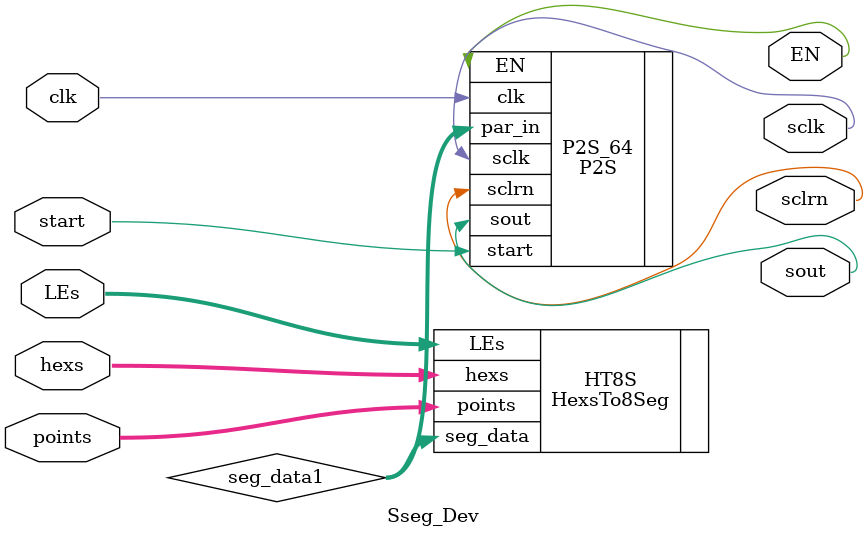
<source format=v>
module Sseg_Dev(
    input clk,
    input start,
    input [31:0] hexs,
    input [7:0] points,
    input [7:0] LEs,
    output sclk,
    output sclrn,
    output sout,
    output EN
);

wire [63:0] seg_data1;
HexsTo8Seg HT8S (.hexs(hexs), .points(points), .LEs(LEs), .seg_data(seg_data1));
P2S #(.BIT_WIDTH(64)) P2S_64 (.clk(clk), .start(start), .par_in(seg_data1), .sclk(sclk), .sclrn(sclrn), .sout(sout), .EN(EN));

endmodule
</source>
